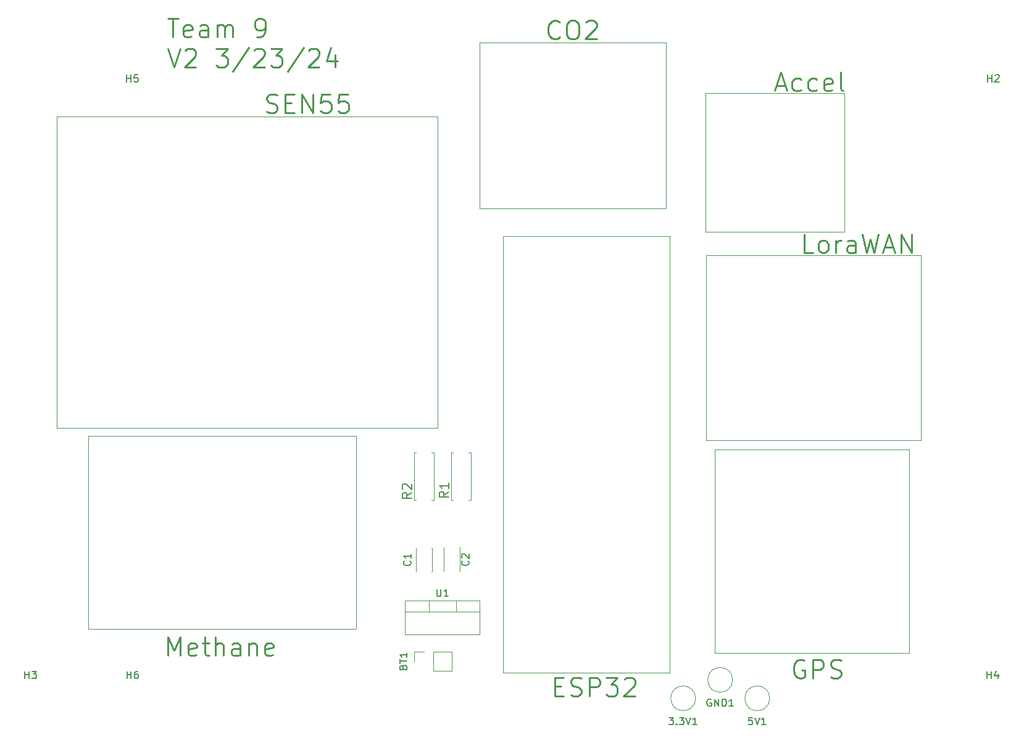
<source format=gbr>
%TF.GenerationSoftware,KiCad,Pcbnew,7.0.10*%
%TF.CreationDate,2024-03-23T17:35:10-04:00*%
%TF.ProjectId,blue-bike-air-pollution-monitor 3-23,626c7565-2d62-4696-9b65-2d6169722d70,rev?*%
%TF.SameCoordinates,Original*%
%TF.FileFunction,Legend,Top*%
%TF.FilePolarity,Positive*%
%FSLAX46Y46*%
G04 Gerber Fmt 4.6, Leading zero omitted, Abs format (unit mm)*
G04 Created by KiCad (PCBNEW 7.0.10) date 2024-03-23 17:35:10*
%MOMM*%
%LPD*%
G01*
G04 APERTURE LIST*
%ADD10C,0.254000*%
%ADD11C,0.150000*%
%ADD12C,0.127000*%
%ADD13C,0.100000*%
%ADD14C,0.120000*%
G04 APERTURE END LIST*
D10*
X76609009Y-59086544D02*
X78060438Y-59086544D01*
X77334724Y-61626544D02*
X77334724Y-59086544D01*
X79874723Y-61505592D02*
X79632819Y-61626544D01*
X79632819Y-61626544D02*
X79149009Y-61626544D01*
X79149009Y-61626544D02*
X78907104Y-61505592D01*
X78907104Y-61505592D02*
X78786152Y-61263687D01*
X78786152Y-61263687D02*
X78786152Y-60296068D01*
X78786152Y-60296068D02*
X78907104Y-60054163D01*
X78907104Y-60054163D02*
X79149009Y-59933211D01*
X79149009Y-59933211D02*
X79632819Y-59933211D01*
X79632819Y-59933211D02*
X79874723Y-60054163D01*
X79874723Y-60054163D02*
X79995676Y-60296068D01*
X79995676Y-60296068D02*
X79995676Y-60537972D01*
X79995676Y-60537972D02*
X78786152Y-60779877D01*
X82172819Y-61626544D02*
X82172819Y-60296068D01*
X82172819Y-60296068D02*
X82051866Y-60054163D01*
X82051866Y-60054163D02*
X81809962Y-59933211D01*
X81809962Y-59933211D02*
X81326152Y-59933211D01*
X81326152Y-59933211D02*
X81084247Y-60054163D01*
X82172819Y-61505592D02*
X81930914Y-61626544D01*
X81930914Y-61626544D02*
X81326152Y-61626544D01*
X81326152Y-61626544D02*
X81084247Y-61505592D01*
X81084247Y-61505592D02*
X80963295Y-61263687D01*
X80963295Y-61263687D02*
X80963295Y-61021782D01*
X80963295Y-61021782D02*
X81084247Y-60779877D01*
X81084247Y-60779877D02*
X81326152Y-60658925D01*
X81326152Y-60658925D02*
X81930914Y-60658925D01*
X81930914Y-60658925D02*
X82172819Y-60537972D01*
X83382342Y-61626544D02*
X83382342Y-59933211D01*
X83382342Y-60175115D02*
X83503295Y-60054163D01*
X83503295Y-60054163D02*
X83745200Y-59933211D01*
X83745200Y-59933211D02*
X84108057Y-59933211D01*
X84108057Y-59933211D02*
X84349961Y-60054163D01*
X84349961Y-60054163D02*
X84470914Y-60296068D01*
X84470914Y-60296068D02*
X84470914Y-61626544D01*
X84470914Y-60296068D02*
X84591866Y-60054163D01*
X84591866Y-60054163D02*
X84833771Y-59933211D01*
X84833771Y-59933211D02*
X85196628Y-59933211D01*
X85196628Y-59933211D02*
X85438533Y-60054163D01*
X85438533Y-60054163D02*
X85559485Y-60296068D01*
X85559485Y-60296068D02*
X85559485Y-61626544D01*
X88825200Y-61626544D02*
X89309009Y-61626544D01*
X89309009Y-61626544D02*
X89550914Y-61505592D01*
X89550914Y-61505592D02*
X89671866Y-61384639D01*
X89671866Y-61384639D02*
X89913771Y-61021782D01*
X89913771Y-61021782D02*
X90034724Y-60537972D01*
X90034724Y-60537972D02*
X90034724Y-59570353D01*
X90034724Y-59570353D02*
X89913771Y-59328449D01*
X89913771Y-59328449D02*
X89792819Y-59207496D01*
X89792819Y-59207496D02*
X89550914Y-59086544D01*
X89550914Y-59086544D02*
X89067105Y-59086544D01*
X89067105Y-59086544D02*
X88825200Y-59207496D01*
X88825200Y-59207496D02*
X88704247Y-59328449D01*
X88704247Y-59328449D02*
X88583295Y-59570353D01*
X88583295Y-59570353D02*
X88583295Y-60175115D01*
X88583295Y-60175115D02*
X88704247Y-60417020D01*
X88704247Y-60417020D02*
X88825200Y-60537972D01*
X88825200Y-60537972D02*
X89067105Y-60658925D01*
X89067105Y-60658925D02*
X89550914Y-60658925D01*
X89550914Y-60658925D02*
X89792819Y-60537972D01*
X89792819Y-60537972D02*
X89913771Y-60417020D01*
X89913771Y-60417020D02*
X90034724Y-60175115D01*
X76609009Y-63175944D02*
X77455676Y-65715944D01*
X77455676Y-65715944D02*
X78302343Y-63175944D01*
X79028057Y-63417849D02*
X79149009Y-63296896D01*
X79149009Y-63296896D02*
X79390914Y-63175944D01*
X79390914Y-63175944D02*
X79995676Y-63175944D01*
X79995676Y-63175944D02*
X80237581Y-63296896D01*
X80237581Y-63296896D02*
X80358533Y-63417849D01*
X80358533Y-63417849D02*
X80479486Y-63659753D01*
X80479486Y-63659753D02*
X80479486Y-63901658D01*
X80479486Y-63901658D02*
X80358533Y-64264515D01*
X80358533Y-64264515D02*
X78907105Y-65715944D01*
X78907105Y-65715944D02*
X80479486Y-65715944D01*
X83261391Y-63175944D02*
X84833772Y-63175944D01*
X84833772Y-63175944D02*
X83987105Y-64143563D01*
X83987105Y-64143563D02*
X84349962Y-64143563D01*
X84349962Y-64143563D02*
X84591867Y-64264515D01*
X84591867Y-64264515D02*
X84712819Y-64385468D01*
X84712819Y-64385468D02*
X84833772Y-64627372D01*
X84833772Y-64627372D02*
X84833772Y-65232134D01*
X84833772Y-65232134D02*
X84712819Y-65474039D01*
X84712819Y-65474039D02*
X84591867Y-65594992D01*
X84591867Y-65594992D02*
X84349962Y-65715944D01*
X84349962Y-65715944D02*
X83624248Y-65715944D01*
X83624248Y-65715944D02*
X83382343Y-65594992D01*
X83382343Y-65594992D02*
X83261391Y-65474039D01*
X87736629Y-63054992D02*
X85559486Y-66320706D01*
X88462343Y-63417849D02*
X88583295Y-63296896D01*
X88583295Y-63296896D02*
X88825200Y-63175944D01*
X88825200Y-63175944D02*
X89429962Y-63175944D01*
X89429962Y-63175944D02*
X89671867Y-63296896D01*
X89671867Y-63296896D02*
X89792819Y-63417849D01*
X89792819Y-63417849D02*
X89913772Y-63659753D01*
X89913772Y-63659753D02*
X89913772Y-63901658D01*
X89913772Y-63901658D02*
X89792819Y-64264515D01*
X89792819Y-64264515D02*
X88341391Y-65715944D01*
X88341391Y-65715944D02*
X89913772Y-65715944D01*
X90760439Y-63175944D02*
X92332820Y-63175944D01*
X92332820Y-63175944D02*
X91486153Y-64143563D01*
X91486153Y-64143563D02*
X91849010Y-64143563D01*
X91849010Y-64143563D02*
X92090915Y-64264515D01*
X92090915Y-64264515D02*
X92211867Y-64385468D01*
X92211867Y-64385468D02*
X92332820Y-64627372D01*
X92332820Y-64627372D02*
X92332820Y-65232134D01*
X92332820Y-65232134D02*
X92211867Y-65474039D01*
X92211867Y-65474039D02*
X92090915Y-65594992D01*
X92090915Y-65594992D02*
X91849010Y-65715944D01*
X91849010Y-65715944D02*
X91123296Y-65715944D01*
X91123296Y-65715944D02*
X90881391Y-65594992D01*
X90881391Y-65594992D02*
X90760439Y-65474039D01*
X95235677Y-63054992D02*
X93058534Y-66320706D01*
X95961391Y-63417849D02*
X96082343Y-63296896D01*
X96082343Y-63296896D02*
X96324248Y-63175944D01*
X96324248Y-63175944D02*
X96929010Y-63175944D01*
X96929010Y-63175944D02*
X97170915Y-63296896D01*
X97170915Y-63296896D02*
X97291867Y-63417849D01*
X97291867Y-63417849D02*
X97412820Y-63659753D01*
X97412820Y-63659753D02*
X97412820Y-63901658D01*
X97412820Y-63901658D02*
X97291867Y-64264515D01*
X97291867Y-64264515D02*
X95840439Y-65715944D01*
X95840439Y-65715944D02*
X97412820Y-65715944D01*
X99589963Y-64022611D02*
X99589963Y-65715944D01*
X98985201Y-63054992D02*
X98380439Y-64869277D01*
X98380439Y-64869277D02*
X99952820Y-64869277D01*
X160095914Y-68265230D02*
X161305438Y-68265230D01*
X159854009Y-68990944D02*
X160700676Y-66450944D01*
X160700676Y-66450944D02*
X161547343Y-68990944D01*
X163482581Y-68869992D02*
X163240676Y-68990944D01*
X163240676Y-68990944D02*
X162756867Y-68990944D01*
X162756867Y-68990944D02*
X162514962Y-68869992D01*
X162514962Y-68869992D02*
X162394009Y-68749039D01*
X162394009Y-68749039D02*
X162273057Y-68507134D01*
X162273057Y-68507134D02*
X162273057Y-67781420D01*
X162273057Y-67781420D02*
X162394009Y-67539515D01*
X162394009Y-67539515D02*
X162514962Y-67418563D01*
X162514962Y-67418563D02*
X162756867Y-67297611D01*
X162756867Y-67297611D02*
X163240676Y-67297611D01*
X163240676Y-67297611D02*
X163482581Y-67418563D01*
X165659724Y-68869992D02*
X165417819Y-68990944D01*
X165417819Y-68990944D02*
X164934010Y-68990944D01*
X164934010Y-68990944D02*
X164692105Y-68869992D01*
X164692105Y-68869992D02*
X164571152Y-68749039D01*
X164571152Y-68749039D02*
X164450200Y-68507134D01*
X164450200Y-68507134D02*
X164450200Y-67781420D01*
X164450200Y-67781420D02*
X164571152Y-67539515D01*
X164571152Y-67539515D02*
X164692105Y-67418563D01*
X164692105Y-67418563D02*
X164934010Y-67297611D01*
X164934010Y-67297611D02*
X165417819Y-67297611D01*
X165417819Y-67297611D02*
X165659724Y-67418563D01*
X167715914Y-68869992D02*
X167474010Y-68990944D01*
X167474010Y-68990944D02*
X166990200Y-68990944D01*
X166990200Y-68990944D02*
X166748295Y-68869992D01*
X166748295Y-68869992D02*
X166627343Y-68628087D01*
X166627343Y-68628087D02*
X166627343Y-67660468D01*
X166627343Y-67660468D02*
X166748295Y-67418563D01*
X166748295Y-67418563D02*
X166990200Y-67297611D01*
X166990200Y-67297611D02*
X167474010Y-67297611D01*
X167474010Y-67297611D02*
X167715914Y-67418563D01*
X167715914Y-67418563D02*
X167836867Y-67660468D01*
X167836867Y-67660468D02*
X167836867Y-67902372D01*
X167836867Y-67902372D02*
X166627343Y-68144277D01*
X169288296Y-68990944D02*
X169046391Y-68869992D01*
X169046391Y-68869992D02*
X168925438Y-68628087D01*
X168925438Y-68628087D02*
X168925438Y-66450944D01*
X90211514Y-71857692D02*
X90574371Y-71978644D01*
X90574371Y-71978644D02*
X91179133Y-71978644D01*
X91179133Y-71978644D02*
X91421038Y-71857692D01*
X91421038Y-71857692D02*
X91541990Y-71736739D01*
X91541990Y-71736739D02*
X91662943Y-71494834D01*
X91662943Y-71494834D02*
X91662943Y-71252930D01*
X91662943Y-71252930D02*
X91541990Y-71011025D01*
X91541990Y-71011025D02*
X91421038Y-70890072D01*
X91421038Y-70890072D02*
X91179133Y-70769120D01*
X91179133Y-70769120D02*
X90695324Y-70648168D01*
X90695324Y-70648168D02*
X90453419Y-70527215D01*
X90453419Y-70527215D02*
X90332466Y-70406263D01*
X90332466Y-70406263D02*
X90211514Y-70164358D01*
X90211514Y-70164358D02*
X90211514Y-69922453D01*
X90211514Y-69922453D02*
X90332466Y-69680549D01*
X90332466Y-69680549D02*
X90453419Y-69559596D01*
X90453419Y-69559596D02*
X90695324Y-69438644D01*
X90695324Y-69438644D02*
X91300085Y-69438644D01*
X91300085Y-69438644D02*
X91662943Y-69559596D01*
X92751514Y-70648168D02*
X93598181Y-70648168D01*
X93961038Y-71978644D02*
X92751514Y-71978644D01*
X92751514Y-71978644D02*
X92751514Y-69438644D01*
X92751514Y-69438644D02*
X93961038Y-69438644D01*
X95049609Y-71978644D02*
X95049609Y-69438644D01*
X95049609Y-69438644D02*
X96501038Y-71978644D01*
X96501038Y-71978644D02*
X96501038Y-69438644D01*
X98920085Y-69438644D02*
X97710561Y-69438644D01*
X97710561Y-69438644D02*
X97589609Y-70648168D01*
X97589609Y-70648168D02*
X97710561Y-70527215D01*
X97710561Y-70527215D02*
X97952466Y-70406263D01*
X97952466Y-70406263D02*
X98557228Y-70406263D01*
X98557228Y-70406263D02*
X98799133Y-70527215D01*
X98799133Y-70527215D02*
X98920085Y-70648168D01*
X98920085Y-70648168D02*
X99041038Y-70890072D01*
X99041038Y-70890072D02*
X99041038Y-71494834D01*
X99041038Y-71494834D02*
X98920085Y-71736739D01*
X98920085Y-71736739D02*
X98799133Y-71857692D01*
X98799133Y-71857692D02*
X98557228Y-71978644D01*
X98557228Y-71978644D02*
X97952466Y-71978644D01*
X97952466Y-71978644D02*
X97710561Y-71857692D01*
X97710561Y-71857692D02*
X97589609Y-71736739D01*
X101339133Y-69438644D02*
X100129609Y-69438644D01*
X100129609Y-69438644D02*
X100008657Y-70648168D01*
X100008657Y-70648168D02*
X100129609Y-70527215D01*
X100129609Y-70527215D02*
X100371514Y-70406263D01*
X100371514Y-70406263D02*
X100976276Y-70406263D01*
X100976276Y-70406263D02*
X101218181Y-70527215D01*
X101218181Y-70527215D02*
X101339133Y-70648168D01*
X101339133Y-70648168D02*
X101460086Y-70890072D01*
X101460086Y-70890072D02*
X101460086Y-71494834D01*
X101460086Y-71494834D02*
X101339133Y-71736739D01*
X101339133Y-71736739D02*
X101218181Y-71857692D01*
X101218181Y-71857692D02*
X100976276Y-71978644D01*
X100976276Y-71978644D02*
X100371514Y-71978644D01*
X100371514Y-71978644D02*
X100129609Y-71857692D01*
X100129609Y-71857692D02*
X100008657Y-71736739D01*
D11*
X108921009Y-148105714D02*
X108968628Y-147962857D01*
X108968628Y-147962857D02*
X109016247Y-147915238D01*
X109016247Y-147915238D02*
X109111485Y-147867619D01*
X109111485Y-147867619D02*
X109254342Y-147867619D01*
X109254342Y-147867619D02*
X109349580Y-147915238D01*
X109349580Y-147915238D02*
X109397200Y-147962857D01*
X109397200Y-147962857D02*
X109444819Y-148058095D01*
X109444819Y-148058095D02*
X109444819Y-148439047D01*
X109444819Y-148439047D02*
X108444819Y-148439047D01*
X108444819Y-148439047D02*
X108444819Y-148105714D01*
X108444819Y-148105714D02*
X108492438Y-148010476D01*
X108492438Y-148010476D02*
X108540057Y-147962857D01*
X108540057Y-147962857D02*
X108635295Y-147915238D01*
X108635295Y-147915238D02*
X108730533Y-147915238D01*
X108730533Y-147915238D02*
X108825771Y-147962857D01*
X108825771Y-147962857D02*
X108873390Y-148010476D01*
X108873390Y-148010476D02*
X108921009Y-148105714D01*
X108921009Y-148105714D02*
X108921009Y-148439047D01*
X108444819Y-147581904D02*
X108444819Y-147010476D01*
X109444819Y-147296190D02*
X108444819Y-147296190D01*
X109444819Y-146153333D02*
X109444819Y-146724761D01*
X109444819Y-146439047D02*
X108444819Y-146439047D01*
X108444819Y-146439047D02*
X108587676Y-146534285D01*
X108587676Y-146534285D02*
X108682914Y-146629523D01*
X108682914Y-146629523D02*
X108730533Y-146724761D01*
X71031195Y-149679819D02*
X71031195Y-148679819D01*
X71031195Y-149156009D02*
X71602623Y-149156009D01*
X71602623Y-149679819D02*
X71602623Y-148679819D01*
X72507385Y-148679819D02*
X72316909Y-148679819D01*
X72316909Y-148679819D02*
X72221671Y-148727438D01*
X72221671Y-148727438D02*
X72174052Y-148775057D01*
X72174052Y-148775057D02*
X72078814Y-148917914D01*
X72078814Y-148917914D02*
X72031195Y-149108390D01*
X72031195Y-149108390D02*
X72031195Y-149489342D01*
X72031195Y-149489342D02*
X72078814Y-149584580D01*
X72078814Y-149584580D02*
X72126433Y-149632200D01*
X72126433Y-149632200D02*
X72221671Y-149679819D01*
X72221671Y-149679819D02*
X72412147Y-149679819D01*
X72412147Y-149679819D02*
X72507385Y-149632200D01*
X72507385Y-149632200D02*
X72555004Y-149584580D01*
X72555004Y-149584580D02*
X72602623Y-149489342D01*
X72602623Y-149489342D02*
X72602623Y-149251247D01*
X72602623Y-149251247D02*
X72555004Y-149156009D01*
X72555004Y-149156009D02*
X72507385Y-149108390D01*
X72507385Y-149108390D02*
X72412147Y-149060771D01*
X72412147Y-149060771D02*
X72221671Y-149060771D01*
X72221671Y-149060771D02*
X72126433Y-149108390D01*
X72126433Y-149108390D02*
X72078814Y-149156009D01*
X72078814Y-149156009D02*
X72031195Y-149251247D01*
D12*
X115134922Y-124036666D02*
X114530160Y-124460000D01*
X115134922Y-124762381D02*
X113864922Y-124762381D01*
X113864922Y-124762381D02*
X113864922Y-124278571D01*
X113864922Y-124278571D02*
X113925398Y-124157619D01*
X113925398Y-124157619D02*
X113985874Y-124097142D01*
X113985874Y-124097142D02*
X114106826Y-124036666D01*
X114106826Y-124036666D02*
X114288255Y-124036666D01*
X114288255Y-124036666D02*
X114409207Y-124097142D01*
X114409207Y-124097142D02*
X114469684Y-124157619D01*
X114469684Y-124157619D02*
X114530160Y-124278571D01*
X114530160Y-124278571D02*
X114530160Y-124762381D01*
X115134922Y-122827142D02*
X115134922Y-123552857D01*
X115134922Y-123190000D02*
X113864922Y-123190000D01*
X113864922Y-123190000D02*
X114046350Y-123310952D01*
X114046350Y-123310952D02*
X114167303Y-123431904D01*
X114167303Y-123431904D02*
X114227779Y-123552857D01*
D11*
X117834580Y-133516666D02*
X117882200Y-133564285D01*
X117882200Y-133564285D02*
X117929819Y-133707142D01*
X117929819Y-133707142D02*
X117929819Y-133802380D01*
X117929819Y-133802380D02*
X117882200Y-133945237D01*
X117882200Y-133945237D02*
X117786961Y-134040475D01*
X117786961Y-134040475D02*
X117691723Y-134088094D01*
X117691723Y-134088094D02*
X117501247Y-134135713D01*
X117501247Y-134135713D02*
X117358390Y-134135713D01*
X117358390Y-134135713D02*
X117167914Y-134088094D01*
X117167914Y-134088094D02*
X117072676Y-134040475D01*
X117072676Y-134040475D02*
X116977438Y-133945237D01*
X116977438Y-133945237D02*
X116929819Y-133802380D01*
X116929819Y-133802380D02*
X116929819Y-133707142D01*
X116929819Y-133707142D02*
X116977438Y-133564285D01*
X116977438Y-133564285D02*
X117025057Y-133516666D01*
X117025057Y-133135713D02*
X116977438Y-133088094D01*
X116977438Y-133088094D02*
X116929819Y-132992856D01*
X116929819Y-132992856D02*
X116929819Y-132754761D01*
X116929819Y-132754761D02*
X116977438Y-132659523D01*
X116977438Y-132659523D02*
X117025057Y-132611904D01*
X117025057Y-132611904D02*
X117120295Y-132564285D01*
X117120295Y-132564285D02*
X117215533Y-132564285D01*
X117215533Y-132564285D02*
X117358390Y-132611904D01*
X117358390Y-132611904D02*
X117929819Y-133183332D01*
X117929819Y-133183332D02*
X117929819Y-132564285D01*
X57035795Y-149679819D02*
X57035795Y-148679819D01*
X57035795Y-149156009D02*
X57607223Y-149156009D01*
X57607223Y-149679819D02*
X57607223Y-148679819D01*
X57988176Y-148679819D02*
X58607223Y-148679819D01*
X58607223Y-148679819D02*
X58273890Y-149060771D01*
X58273890Y-149060771D02*
X58416747Y-149060771D01*
X58416747Y-149060771D02*
X58511985Y-149108390D01*
X58511985Y-149108390D02*
X58559604Y-149156009D01*
X58559604Y-149156009D02*
X58607223Y-149251247D01*
X58607223Y-149251247D02*
X58607223Y-149489342D01*
X58607223Y-149489342D02*
X58559604Y-149584580D01*
X58559604Y-149584580D02*
X58511985Y-149632200D01*
X58511985Y-149632200D02*
X58416747Y-149679819D01*
X58416747Y-149679819D02*
X58131033Y-149679819D01*
X58131033Y-149679819D02*
X58035795Y-149632200D01*
X58035795Y-149632200D02*
X57988176Y-149584580D01*
D12*
X110054922Y-124163666D02*
X109450160Y-124587000D01*
X110054922Y-124889381D02*
X108784922Y-124889381D01*
X108784922Y-124889381D02*
X108784922Y-124405571D01*
X108784922Y-124405571D02*
X108845398Y-124284619D01*
X108845398Y-124284619D02*
X108905874Y-124224142D01*
X108905874Y-124224142D02*
X109026826Y-124163666D01*
X109026826Y-124163666D02*
X109208255Y-124163666D01*
X109208255Y-124163666D02*
X109329207Y-124224142D01*
X109329207Y-124224142D02*
X109389684Y-124284619D01*
X109389684Y-124284619D02*
X109450160Y-124405571D01*
X109450160Y-124405571D02*
X109450160Y-124889381D01*
X108905874Y-123679857D02*
X108845398Y-123619381D01*
X108845398Y-123619381D02*
X108784922Y-123498428D01*
X108784922Y-123498428D02*
X108784922Y-123196047D01*
X108784922Y-123196047D02*
X108845398Y-123075095D01*
X108845398Y-123075095D02*
X108905874Y-123014619D01*
X108905874Y-123014619D02*
X109026826Y-122954142D01*
X109026826Y-122954142D02*
X109147779Y-122954142D01*
X109147779Y-122954142D02*
X109329207Y-123014619D01*
X109329207Y-123014619D02*
X110054922Y-123740333D01*
X110054922Y-123740333D02*
X110054922Y-122954142D01*
D11*
X109869580Y-133536666D02*
X109917200Y-133584285D01*
X109917200Y-133584285D02*
X109964819Y-133727142D01*
X109964819Y-133727142D02*
X109964819Y-133822380D01*
X109964819Y-133822380D02*
X109917200Y-133965237D01*
X109917200Y-133965237D02*
X109821961Y-134060475D01*
X109821961Y-134060475D02*
X109726723Y-134108094D01*
X109726723Y-134108094D02*
X109536247Y-134155713D01*
X109536247Y-134155713D02*
X109393390Y-134155713D01*
X109393390Y-134155713D02*
X109202914Y-134108094D01*
X109202914Y-134108094D02*
X109107676Y-134060475D01*
X109107676Y-134060475D02*
X109012438Y-133965237D01*
X109012438Y-133965237D02*
X108964819Y-133822380D01*
X108964819Y-133822380D02*
X108964819Y-133727142D01*
X108964819Y-133727142D02*
X109012438Y-133584285D01*
X109012438Y-133584285D02*
X109060057Y-133536666D01*
X109964819Y-132584285D02*
X109964819Y-133155713D01*
X109964819Y-132869999D02*
X108964819Y-132869999D01*
X108964819Y-132869999D02*
X109107676Y-132965237D01*
X109107676Y-132965237D02*
X109202914Y-133060475D01*
X109202914Y-133060475D02*
X109250533Y-133155713D01*
X189103095Y-67764819D02*
X189103095Y-66764819D01*
X189103095Y-67241009D02*
X189674523Y-67241009D01*
X189674523Y-67764819D02*
X189674523Y-66764819D01*
X190103095Y-66860057D02*
X190150714Y-66812438D01*
X190150714Y-66812438D02*
X190245952Y-66764819D01*
X190245952Y-66764819D02*
X190484047Y-66764819D01*
X190484047Y-66764819D02*
X190579285Y-66812438D01*
X190579285Y-66812438D02*
X190626904Y-66860057D01*
X190626904Y-66860057D02*
X190674523Y-66955295D01*
X190674523Y-66955295D02*
X190674523Y-67050533D01*
X190674523Y-67050533D02*
X190626904Y-67193390D01*
X190626904Y-67193390D02*
X190055476Y-67764819D01*
X190055476Y-67764819D02*
X190674523Y-67764819D01*
D10*
X129727666Y-150745468D02*
X130574333Y-150745468D01*
X130937190Y-152075944D02*
X129727666Y-152075944D01*
X129727666Y-152075944D02*
X129727666Y-149535944D01*
X129727666Y-149535944D02*
X130937190Y-149535944D01*
X131904809Y-151954992D02*
X132267666Y-152075944D01*
X132267666Y-152075944D02*
X132872428Y-152075944D01*
X132872428Y-152075944D02*
X133114333Y-151954992D01*
X133114333Y-151954992D02*
X133235285Y-151834039D01*
X133235285Y-151834039D02*
X133356238Y-151592134D01*
X133356238Y-151592134D02*
X133356238Y-151350230D01*
X133356238Y-151350230D02*
X133235285Y-151108325D01*
X133235285Y-151108325D02*
X133114333Y-150987372D01*
X133114333Y-150987372D02*
X132872428Y-150866420D01*
X132872428Y-150866420D02*
X132388619Y-150745468D01*
X132388619Y-150745468D02*
X132146714Y-150624515D01*
X132146714Y-150624515D02*
X132025761Y-150503563D01*
X132025761Y-150503563D02*
X131904809Y-150261658D01*
X131904809Y-150261658D02*
X131904809Y-150019753D01*
X131904809Y-150019753D02*
X132025761Y-149777849D01*
X132025761Y-149777849D02*
X132146714Y-149656896D01*
X132146714Y-149656896D02*
X132388619Y-149535944D01*
X132388619Y-149535944D02*
X132993380Y-149535944D01*
X132993380Y-149535944D02*
X133356238Y-149656896D01*
X134444809Y-152075944D02*
X134444809Y-149535944D01*
X134444809Y-149535944D02*
X135412428Y-149535944D01*
X135412428Y-149535944D02*
X135654333Y-149656896D01*
X135654333Y-149656896D02*
X135775286Y-149777849D01*
X135775286Y-149777849D02*
X135896238Y-150019753D01*
X135896238Y-150019753D02*
X135896238Y-150382611D01*
X135896238Y-150382611D02*
X135775286Y-150624515D01*
X135775286Y-150624515D02*
X135654333Y-150745468D01*
X135654333Y-150745468D02*
X135412428Y-150866420D01*
X135412428Y-150866420D02*
X134444809Y-150866420D01*
X136742905Y-149535944D02*
X138315286Y-149535944D01*
X138315286Y-149535944D02*
X137468619Y-150503563D01*
X137468619Y-150503563D02*
X137831476Y-150503563D01*
X137831476Y-150503563D02*
X138073381Y-150624515D01*
X138073381Y-150624515D02*
X138194333Y-150745468D01*
X138194333Y-150745468D02*
X138315286Y-150987372D01*
X138315286Y-150987372D02*
X138315286Y-151592134D01*
X138315286Y-151592134D02*
X138194333Y-151834039D01*
X138194333Y-151834039D02*
X138073381Y-151954992D01*
X138073381Y-151954992D02*
X137831476Y-152075944D01*
X137831476Y-152075944D02*
X137105762Y-152075944D01*
X137105762Y-152075944D02*
X136863857Y-151954992D01*
X136863857Y-151954992D02*
X136742905Y-151834039D01*
X139282905Y-149777849D02*
X139403857Y-149656896D01*
X139403857Y-149656896D02*
X139645762Y-149535944D01*
X139645762Y-149535944D02*
X140250524Y-149535944D01*
X140250524Y-149535944D02*
X140492429Y-149656896D01*
X140492429Y-149656896D02*
X140613381Y-149777849D01*
X140613381Y-149777849D02*
X140734334Y-150019753D01*
X140734334Y-150019753D02*
X140734334Y-150261658D01*
X140734334Y-150261658D02*
X140613381Y-150624515D01*
X140613381Y-150624515D02*
X139161953Y-152075944D01*
X139161953Y-152075944D02*
X140734334Y-152075944D01*
X76641666Y-146524444D02*
X76641666Y-143984444D01*
X76641666Y-143984444D02*
X77488333Y-145798730D01*
X77488333Y-145798730D02*
X78335000Y-143984444D01*
X78335000Y-143984444D02*
X78335000Y-146524444D01*
X80512142Y-146403492D02*
X80270238Y-146524444D01*
X80270238Y-146524444D02*
X79786428Y-146524444D01*
X79786428Y-146524444D02*
X79544523Y-146403492D01*
X79544523Y-146403492D02*
X79423571Y-146161587D01*
X79423571Y-146161587D02*
X79423571Y-145193968D01*
X79423571Y-145193968D02*
X79544523Y-144952063D01*
X79544523Y-144952063D02*
X79786428Y-144831111D01*
X79786428Y-144831111D02*
X80270238Y-144831111D01*
X80270238Y-144831111D02*
X80512142Y-144952063D01*
X80512142Y-144952063D02*
X80633095Y-145193968D01*
X80633095Y-145193968D02*
X80633095Y-145435872D01*
X80633095Y-145435872D02*
X79423571Y-145677777D01*
X81358809Y-144831111D02*
X82326428Y-144831111D01*
X81721666Y-143984444D02*
X81721666Y-146161587D01*
X81721666Y-146161587D02*
X81842619Y-146403492D01*
X81842619Y-146403492D02*
X82084524Y-146524444D01*
X82084524Y-146524444D02*
X82326428Y-146524444D01*
X83173095Y-146524444D02*
X83173095Y-143984444D01*
X84261667Y-146524444D02*
X84261667Y-145193968D01*
X84261667Y-145193968D02*
X84140714Y-144952063D01*
X84140714Y-144952063D02*
X83898810Y-144831111D01*
X83898810Y-144831111D02*
X83535953Y-144831111D01*
X83535953Y-144831111D02*
X83294048Y-144952063D01*
X83294048Y-144952063D02*
X83173095Y-145073015D01*
X86559762Y-146524444D02*
X86559762Y-145193968D01*
X86559762Y-145193968D02*
X86438809Y-144952063D01*
X86438809Y-144952063D02*
X86196905Y-144831111D01*
X86196905Y-144831111D02*
X85713095Y-144831111D01*
X85713095Y-144831111D02*
X85471190Y-144952063D01*
X86559762Y-146403492D02*
X86317857Y-146524444D01*
X86317857Y-146524444D02*
X85713095Y-146524444D01*
X85713095Y-146524444D02*
X85471190Y-146403492D01*
X85471190Y-146403492D02*
X85350238Y-146161587D01*
X85350238Y-146161587D02*
X85350238Y-145919682D01*
X85350238Y-145919682D02*
X85471190Y-145677777D01*
X85471190Y-145677777D02*
X85713095Y-145556825D01*
X85713095Y-145556825D02*
X86317857Y-145556825D01*
X86317857Y-145556825D02*
X86559762Y-145435872D01*
X87769285Y-144831111D02*
X87769285Y-146524444D01*
X87769285Y-145073015D02*
X87890238Y-144952063D01*
X87890238Y-144952063D02*
X88132143Y-144831111D01*
X88132143Y-144831111D02*
X88495000Y-144831111D01*
X88495000Y-144831111D02*
X88736904Y-144952063D01*
X88736904Y-144952063D02*
X88857857Y-145193968D01*
X88857857Y-145193968D02*
X88857857Y-146524444D01*
X91034999Y-146403492D02*
X90793095Y-146524444D01*
X90793095Y-146524444D02*
X90309285Y-146524444D01*
X90309285Y-146524444D02*
X90067380Y-146403492D01*
X90067380Y-146403492D02*
X89946428Y-146161587D01*
X89946428Y-146161587D02*
X89946428Y-145193968D01*
X89946428Y-145193968D02*
X90067380Y-144952063D01*
X90067380Y-144952063D02*
X90309285Y-144831111D01*
X90309285Y-144831111D02*
X90793095Y-144831111D01*
X90793095Y-144831111D02*
X91034999Y-144952063D01*
X91034999Y-144952063D02*
X91155952Y-145193968D01*
X91155952Y-145193968D02*
X91155952Y-145435872D01*
X91155952Y-145435872D02*
X89946428Y-145677777D01*
D11*
X113538095Y-137424819D02*
X113538095Y-138234342D01*
X113538095Y-138234342D02*
X113585714Y-138329580D01*
X113585714Y-138329580D02*
X113633333Y-138377200D01*
X113633333Y-138377200D02*
X113728571Y-138424819D01*
X113728571Y-138424819D02*
X113919047Y-138424819D01*
X113919047Y-138424819D02*
X114014285Y-138377200D01*
X114014285Y-138377200D02*
X114061904Y-138329580D01*
X114061904Y-138329580D02*
X114109523Y-138234342D01*
X114109523Y-138234342D02*
X114109523Y-137424819D01*
X115109523Y-138424819D02*
X114538095Y-138424819D01*
X114823809Y-138424819D02*
X114823809Y-137424819D01*
X114823809Y-137424819D02*
X114728571Y-137567676D01*
X114728571Y-137567676D02*
X114633333Y-137662914D01*
X114633333Y-137662914D02*
X114538095Y-137710533D01*
X156813333Y-155029819D02*
X156337143Y-155029819D01*
X156337143Y-155029819D02*
X156289524Y-155506009D01*
X156289524Y-155506009D02*
X156337143Y-155458390D01*
X156337143Y-155458390D02*
X156432381Y-155410771D01*
X156432381Y-155410771D02*
X156670476Y-155410771D01*
X156670476Y-155410771D02*
X156765714Y-155458390D01*
X156765714Y-155458390D02*
X156813333Y-155506009D01*
X156813333Y-155506009D02*
X156860952Y-155601247D01*
X156860952Y-155601247D02*
X156860952Y-155839342D01*
X156860952Y-155839342D02*
X156813333Y-155934580D01*
X156813333Y-155934580D02*
X156765714Y-155982200D01*
X156765714Y-155982200D02*
X156670476Y-156029819D01*
X156670476Y-156029819D02*
X156432381Y-156029819D01*
X156432381Y-156029819D02*
X156337143Y-155982200D01*
X156337143Y-155982200D02*
X156289524Y-155934580D01*
X157146667Y-155029819D02*
X157480000Y-156029819D01*
X157480000Y-156029819D02*
X157813333Y-155029819D01*
X158670476Y-156029819D02*
X158099048Y-156029819D01*
X158384762Y-156029819D02*
X158384762Y-155029819D01*
X158384762Y-155029819D02*
X158289524Y-155172676D01*
X158289524Y-155172676D02*
X158194286Y-155267914D01*
X158194286Y-155267914D02*
X158099048Y-155315533D01*
X70993095Y-67764819D02*
X70993095Y-66764819D01*
X70993095Y-67241009D02*
X71564523Y-67241009D01*
X71564523Y-67764819D02*
X71564523Y-66764819D01*
X72516904Y-66764819D02*
X72040714Y-66764819D01*
X72040714Y-66764819D02*
X71993095Y-67241009D01*
X71993095Y-67241009D02*
X72040714Y-67193390D01*
X72040714Y-67193390D02*
X72135952Y-67145771D01*
X72135952Y-67145771D02*
X72374047Y-67145771D01*
X72374047Y-67145771D02*
X72469285Y-67193390D01*
X72469285Y-67193390D02*
X72516904Y-67241009D01*
X72516904Y-67241009D02*
X72564523Y-67336247D01*
X72564523Y-67336247D02*
X72564523Y-67574342D01*
X72564523Y-67574342D02*
X72516904Y-67669580D01*
X72516904Y-67669580D02*
X72469285Y-67717200D01*
X72469285Y-67717200D02*
X72374047Y-67764819D01*
X72374047Y-67764819D02*
X72135952Y-67764819D01*
X72135952Y-67764819D02*
X72040714Y-67717200D01*
X72040714Y-67717200D02*
X71993095Y-67669580D01*
D10*
X163927343Y-147216896D02*
X163685438Y-147095944D01*
X163685438Y-147095944D02*
X163322581Y-147095944D01*
X163322581Y-147095944D02*
X162959724Y-147216896D01*
X162959724Y-147216896D02*
X162717819Y-147458801D01*
X162717819Y-147458801D02*
X162596866Y-147700706D01*
X162596866Y-147700706D02*
X162475914Y-148184515D01*
X162475914Y-148184515D02*
X162475914Y-148547372D01*
X162475914Y-148547372D02*
X162596866Y-149031182D01*
X162596866Y-149031182D02*
X162717819Y-149273087D01*
X162717819Y-149273087D02*
X162959724Y-149514992D01*
X162959724Y-149514992D02*
X163322581Y-149635944D01*
X163322581Y-149635944D02*
X163564485Y-149635944D01*
X163564485Y-149635944D02*
X163927343Y-149514992D01*
X163927343Y-149514992D02*
X164048295Y-149394039D01*
X164048295Y-149394039D02*
X164048295Y-148547372D01*
X164048295Y-148547372D02*
X163564485Y-148547372D01*
X165136866Y-149635944D02*
X165136866Y-147095944D01*
X165136866Y-147095944D02*
X166104485Y-147095944D01*
X166104485Y-147095944D02*
X166346390Y-147216896D01*
X166346390Y-147216896D02*
X166467343Y-147337849D01*
X166467343Y-147337849D02*
X166588295Y-147579753D01*
X166588295Y-147579753D02*
X166588295Y-147942611D01*
X166588295Y-147942611D02*
X166467343Y-148184515D01*
X166467343Y-148184515D02*
X166346390Y-148305468D01*
X166346390Y-148305468D02*
X166104485Y-148426420D01*
X166104485Y-148426420D02*
X165136866Y-148426420D01*
X167555914Y-149514992D02*
X167918771Y-149635944D01*
X167918771Y-149635944D02*
X168523533Y-149635944D01*
X168523533Y-149635944D02*
X168765438Y-149514992D01*
X168765438Y-149514992D02*
X168886390Y-149394039D01*
X168886390Y-149394039D02*
X169007343Y-149152134D01*
X169007343Y-149152134D02*
X169007343Y-148910230D01*
X169007343Y-148910230D02*
X168886390Y-148668325D01*
X168886390Y-148668325D02*
X168765438Y-148547372D01*
X168765438Y-148547372D02*
X168523533Y-148426420D01*
X168523533Y-148426420D02*
X168039724Y-148305468D01*
X168039724Y-148305468D02*
X167797819Y-148184515D01*
X167797819Y-148184515D02*
X167676866Y-148063563D01*
X167676866Y-148063563D02*
X167555914Y-147821658D01*
X167555914Y-147821658D02*
X167555914Y-147579753D01*
X167555914Y-147579753D02*
X167676866Y-147337849D01*
X167676866Y-147337849D02*
X167797819Y-147216896D01*
X167797819Y-147216896D02*
X168039724Y-147095944D01*
X168039724Y-147095944D02*
X168644485Y-147095944D01*
X168644485Y-147095944D02*
X169007343Y-147216896D01*
X165149390Y-91215944D02*
X163939866Y-91215944D01*
X163939866Y-91215944D02*
X163939866Y-88675944D01*
X166358914Y-91215944D02*
X166117009Y-91094992D01*
X166117009Y-91094992D02*
X165996056Y-90974039D01*
X165996056Y-90974039D02*
X165875104Y-90732134D01*
X165875104Y-90732134D02*
X165875104Y-90006420D01*
X165875104Y-90006420D02*
X165996056Y-89764515D01*
X165996056Y-89764515D02*
X166117009Y-89643563D01*
X166117009Y-89643563D02*
X166358914Y-89522611D01*
X166358914Y-89522611D02*
X166721771Y-89522611D01*
X166721771Y-89522611D02*
X166963675Y-89643563D01*
X166963675Y-89643563D02*
X167084628Y-89764515D01*
X167084628Y-89764515D02*
X167205580Y-90006420D01*
X167205580Y-90006420D02*
X167205580Y-90732134D01*
X167205580Y-90732134D02*
X167084628Y-90974039D01*
X167084628Y-90974039D02*
X166963675Y-91094992D01*
X166963675Y-91094992D02*
X166721771Y-91215944D01*
X166721771Y-91215944D02*
X166358914Y-91215944D01*
X168294151Y-91215944D02*
X168294151Y-89522611D01*
X168294151Y-90006420D02*
X168415104Y-89764515D01*
X168415104Y-89764515D02*
X168536056Y-89643563D01*
X168536056Y-89643563D02*
X168777961Y-89522611D01*
X168777961Y-89522611D02*
X169019866Y-89522611D01*
X170955104Y-91215944D02*
X170955104Y-89885468D01*
X170955104Y-89885468D02*
X170834151Y-89643563D01*
X170834151Y-89643563D02*
X170592247Y-89522611D01*
X170592247Y-89522611D02*
X170108437Y-89522611D01*
X170108437Y-89522611D02*
X169866532Y-89643563D01*
X170955104Y-91094992D02*
X170713199Y-91215944D01*
X170713199Y-91215944D02*
X170108437Y-91215944D01*
X170108437Y-91215944D02*
X169866532Y-91094992D01*
X169866532Y-91094992D02*
X169745580Y-90853087D01*
X169745580Y-90853087D02*
X169745580Y-90611182D01*
X169745580Y-90611182D02*
X169866532Y-90369277D01*
X169866532Y-90369277D02*
X170108437Y-90248325D01*
X170108437Y-90248325D02*
X170713199Y-90248325D01*
X170713199Y-90248325D02*
X170955104Y-90127372D01*
X171922723Y-88675944D02*
X172527485Y-91215944D01*
X172527485Y-91215944D02*
X173011294Y-89401658D01*
X173011294Y-89401658D02*
X173495104Y-91215944D01*
X173495104Y-91215944D02*
X174099866Y-88675944D01*
X174946532Y-90490230D02*
X176156056Y-90490230D01*
X174704627Y-91215944D02*
X175551294Y-88675944D01*
X175551294Y-88675944D02*
X176397961Y-91215944D01*
X177244627Y-91215944D02*
X177244627Y-88675944D01*
X177244627Y-88675944D02*
X178696056Y-91215944D01*
X178696056Y-91215944D02*
X178696056Y-88675944D01*
D11*
X189039595Y-149679819D02*
X189039595Y-148679819D01*
X189039595Y-149156009D02*
X189611023Y-149156009D01*
X189611023Y-149679819D02*
X189611023Y-148679819D01*
X190515785Y-149013152D02*
X190515785Y-149679819D01*
X190277690Y-148632200D02*
X190039595Y-149346485D01*
X190039595Y-149346485D02*
X190658642Y-149346485D01*
X145367619Y-155029819D02*
X145986666Y-155029819D01*
X145986666Y-155029819D02*
X145653333Y-155410771D01*
X145653333Y-155410771D02*
X145796190Y-155410771D01*
X145796190Y-155410771D02*
X145891428Y-155458390D01*
X145891428Y-155458390D02*
X145939047Y-155506009D01*
X145939047Y-155506009D02*
X145986666Y-155601247D01*
X145986666Y-155601247D02*
X145986666Y-155839342D01*
X145986666Y-155839342D02*
X145939047Y-155934580D01*
X145939047Y-155934580D02*
X145891428Y-155982200D01*
X145891428Y-155982200D02*
X145796190Y-156029819D01*
X145796190Y-156029819D02*
X145510476Y-156029819D01*
X145510476Y-156029819D02*
X145415238Y-155982200D01*
X145415238Y-155982200D02*
X145367619Y-155934580D01*
X146415238Y-155934580D02*
X146462857Y-155982200D01*
X146462857Y-155982200D02*
X146415238Y-156029819D01*
X146415238Y-156029819D02*
X146367619Y-155982200D01*
X146367619Y-155982200D02*
X146415238Y-155934580D01*
X146415238Y-155934580D02*
X146415238Y-156029819D01*
X146796190Y-155029819D02*
X147415237Y-155029819D01*
X147415237Y-155029819D02*
X147081904Y-155410771D01*
X147081904Y-155410771D02*
X147224761Y-155410771D01*
X147224761Y-155410771D02*
X147319999Y-155458390D01*
X147319999Y-155458390D02*
X147367618Y-155506009D01*
X147367618Y-155506009D02*
X147415237Y-155601247D01*
X147415237Y-155601247D02*
X147415237Y-155839342D01*
X147415237Y-155839342D02*
X147367618Y-155934580D01*
X147367618Y-155934580D02*
X147319999Y-155982200D01*
X147319999Y-155982200D02*
X147224761Y-156029819D01*
X147224761Y-156029819D02*
X146939047Y-156029819D01*
X146939047Y-156029819D02*
X146843809Y-155982200D01*
X146843809Y-155982200D02*
X146796190Y-155934580D01*
X147700952Y-155029819D02*
X148034285Y-156029819D01*
X148034285Y-156029819D02*
X148367618Y-155029819D01*
X149224761Y-156029819D02*
X148653333Y-156029819D01*
X148939047Y-156029819D02*
X148939047Y-155029819D01*
X148939047Y-155029819D02*
X148843809Y-155172676D01*
X148843809Y-155172676D02*
X148748571Y-155267914D01*
X148748571Y-155267914D02*
X148653333Y-155315533D01*
D10*
X130376190Y-61628939D02*
X130255238Y-61749892D01*
X130255238Y-61749892D02*
X129892380Y-61870844D01*
X129892380Y-61870844D02*
X129650476Y-61870844D01*
X129650476Y-61870844D02*
X129287619Y-61749892D01*
X129287619Y-61749892D02*
X129045714Y-61507987D01*
X129045714Y-61507987D02*
X128924761Y-61266082D01*
X128924761Y-61266082D02*
X128803809Y-60782272D01*
X128803809Y-60782272D02*
X128803809Y-60419415D01*
X128803809Y-60419415D02*
X128924761Y-59935606D01*
X128924761Y-59935606D02*
X129045714Y-59693701D01*
X129045714Y-59693701D02*
X129287619Y-59451796D01*
X129287619Y-59451796D02*
X129650476Y-59330844D01*
X129650476Y-59330844D02*
X129892380Y-59330844D01*
X129892380Y-59330844D02*
X130255238Y-59451796D01*
X130255238Y-59451796D02*
X130376190Y-59572749D01*
X131948571Y-59330844D02*
X132432380Y-59330844D01*
X132432380Y-59330844D02*
X132674285Y-59451796D01*
X132674285Y-59451796D02*
X132916190Y-59693701D01*
X132916190Y-59693701D02*
X133037142Y-60177511D01*
X133037142Y-60177511D02*
X133037142Y-61024177D01*
X133037142Y-61024177D02*
X132916190Y-61507987D01*
X132916190Y-61507987D02*
X132674285Y-61749892D01*
X132674285Y-61749892D02*
X132432380Y-61870844D01*
X132432380Y-61870844D02*
X131948571Y-61870844D01*
X131948571Y-61870844D02*
X131706666Y-61749892D01*
X131706666Y-61749892D02*
X131464761Y-61507987D01*
X131464761Y-61507987D02*
X131343809Y-61024177D01*
X131343809Y-61024177D02*
X131343809Y-60177511D01*
X131343809Y-60177511D02*
X131464761Y-59693701D01*
X131464761Y-59693701D02*
X131706666Y-59451796D01*
X131706666Y-59451796D02*
X131948571Y-59330844D01*
X134004761Y-59572749D02*
X134125713Y-59451796D01*
X134125713Y-59451796D02*
X134367618Y-59330844D01*
X134367618Y-59330844D02*
X134972380Y-59330844D01*
X134972380Y-59330844D02*
X135214285Y-59451796D01*
X135214285Y-59451796D02*
X135335237Y-59572749D01*
X135335237Y-59572749D02*
X135456190Y-59814653D01*
X135456190Y-59814653D02*
X135456190Y-60056558D01*
X135456190Y-60056558D02*
X135335237Y-60419415D01*
X135335237Y-60419415D02*
X133883809Y-61870844D01*
X133883809Y-61870844D02*
X135456190Y-61870844D01*
D11*
X151161904Y-152537438D02*
X151066666Y-152489819D01*
X151066666Y-152489819D02*
X150923809Y-152489819D01*
X150923809Y-152489819D02*
X150780952Y-152537438D01*
X150780952Y-152537438D02*
X150685714Y-152632676D01*
X150685714Y-152632676D02*
X150638095Y-152727914D01*
X150638095Y-152727914D02*
X150590476Y-152918390D01*
X150590476Y-152918390D02*
X150590476Y-153061247D01*
X150590476Y-153061247D02*
X150638095Y-153251723D01*
X150638095Y-153251723D02*
X150685714Y-153346961D01*
X150685714Y-153346961D02*
X150780952Y-153442200D01*
X150780952Y-153442200D02*
X150923809Y-153489819D01*
X150923809Y-153489819D02*
X151019047Y-153489819D01*
X151019047Y-153489819D02*
X151161904Y-153442200D01*
X151161904Y-153442200D02*
X151209523Y-153394580D01*
X151209523Y-153394580D02*
X151209523Y-153061247D01*
X151209523Y-153061247D02*
X151019047Y-153061247D01*
X151638095Y-153489819D02*
X151638095Y-152489819D01*
X151638095Y-152489819D02*
X152209523Y-153489819D01*
X152209523Y-153489819D02*
X152209523Y-152489819D01*
X152685714Y-153489819D02*
X152685714Y-152489819D01*
X152685714Y-152489819D02*
X152923809Y-152489819D01*
X152923809Y-152489819D02*
X153066666Y-152537438D01*
X153066666Y-152537438D02*
X153161904Y-152632676D01*
X153161904Y-152632676D02*
X153209523Y-152727914D01*
X153209523Y-152727914D02*
X153257142Y-152918390D01*
X153257142Y-152918390D02*
X153257142Y-153061247D01*
X153257142Y-153061247D02*
X153209523Y-153251723D01*
X153209523Y-153251723D02*
X153161904Y-153346961D01*
X153161904Y-153346961D02*
X153066666Y-153442200D01*
X153066666Y-153442200D02*
X152923809Y-153489819D01*
X152923809Y-153489819D02*
X152685714Y-153489819D01*
X154209523Y-153489819D02*
X153638095Y-153489819D01*
X153923809Y-153489819D02*
X153923809Y-152489819D01*
X153923809Y-152489819D02*
X153828571Y-152632676D01*
X153828571Y-152632676D02*
X153733333Y-152727914D01*
X153733333Y-152727914D02*
X153638095Y-152775533D01*
D13*
%TO.C,Accelerometer1*%
X169445000Y-69315000D02*
X150395000Y-69315000D01*
X150395000Y-69315000D02*
X150395000Y-88365000D01*
X150395000Y-88365000D02*
X169445000Y-88365000D01*
X169445000Y-88365000D02*
X169445000Y-69315000D01*
%TO.C,SEN55*%
X113615800Y-115266800D02*
X61444200Y-115266800D01*
X61444200Y-115266800D02*
X61444200Y-72493200D01*
X61444200Y-72493200D02*
X113615800Y-72493200D01*
X113615800Y-72493200D02*
X113615800Y-115266800D01*
D14*
%TO.C,BT1*%
X113030000Y-148650000D02*
X115630000Y-148650000D01*
X113030000Y-148650000D02*
X113030000Y-145990000D01*
X115630000Y-148650000D02*
X115630000Y-145990000D01*
X110430000Y-147320000D02*
X110430000Y-145990000D01*
X110430000Y-145990000D02*
X111760000Y-145990000D01*
X113030000Y-145990000D02*
X115630000Y-145990000D01*
%TO.C,R1*%
X115470000Y-125190000D02*
X115470000Y-118650000D01*
X115800000Y-125190000D02*
X115470000Y-125190000D01*
X117880000Y-125190000D02*
X118210000Y-125190000D01*
X118210000Y-125190000D02*
X118210000Y-118650000D01*
X115470000Y-118650000D02*
X115800000Y-118650000D01*
X118210000Y-118650000D02*
X117880000Y-118650000D01*
%TO.C,C2*%
X114450000Y-134950000D02*
X114515000Y-134950000D01*
X114450000Y-134950000D02*
X114450000Y-131710000D01*
X116625000Y-134950000D02*
X116690000Y-134950000D01*
X116690000Y-134950000D02*
X116690000Y-131710000D01*
X114450000Y-131710000D02*
X114515000Y-131710000D01*
X116625000Y-131710000D02*
X116690000Y-131710000D01*
%TO.C,R2*%
X110390000Y-125190000D02*
X110390000Y-118650000D01*
X110720000Y-125190000D02*
X110390000Y-125190000D01*
X112800000Y-125190000D02*
X113130000Y-125190000D01*
X113130000Y-125190000D02*
X113130000Y-118650000D01*
X110390000Y-118650000D02*
X110720000Y-118650000D01*
X113130000Y-118650000D02*
X112800000Y-118650000D01*
%TO.C,C1*%
X110640000Y-134990000D02*
X110705000Y-134990000D01*
X110640000Y-134990000D02*
X110640000Y-131750000D01*
X112815000Y-134990000D02*
X112880000Y-134990000D01*
X112880000Y-134990000D02*
X112880000Y-131750000D01*
X110640000Y-131750000D02*
X110705000Y-131750000D01*
X112815000Y-131750000D02*
X112880000Y-131750000D01*
D13*
%TO.C,ESP32-WROOM-32E1*%
X122605800Y-88900000D02*
X145465800Y-88900000D01*
X145465800Y-88900000D02*
X145465800Y-148844000D01*
X145465800Y-148844000D02*
X122605800Y-148844000D01*
X122605800Y-148844000D02*
X122605800Y-88900000D01*
%TO.C,Methane1*%
X65709800Y-116368500D02*
X102463600Y-116368500D01*
X102463600Y-116368500D02*
X102463600Y-142911500D01*
X102463600Y-142911500D02*
X65709800Y-142911500D01*
X65709800Y-142911500D02*
X65709800Y-116368500D01*
D14*
%TO.C,U1*%
X109180000Y-138970000D02*
X109180000Y-143611000D01*
X109180000Y-138970000D02*
X119420000Y-138970000D01*
X109180000Y-140480000D02*
X119420000Y-140480000D01*
X109180000Y-143611000D02*
X119420000Y-143611000D01*
X112450000Y-138970000D02*
X112450000Y-140480000D01*
X116151000Y-138970000D02*
X116151000Y-140480000D01*
X119420000Y-138970000D02*
X119420000Y-143611000D01*
%TO.C,5V1*%
X159180000Y-152400000D02*
G75*
G03*
X155780000Y-152400000I-1700000J0D01*
G01*
X155780000Y-152400000D02*
G75*
G03*
X159180000Y-152400000I1700000J0D01*
G01*
D13*
%TO.C,GPS1*%
X178335000Y-118210000D02*
X151665000Y-118210000D01*
X151665000Y-118210000D02*
X151665000Y-146150000D01*
X151665000Y-146150000D02*
X178335000Y-146150000D01*
X178335000Y-146150000D02*
X178335000Y-118210000D01*
%TO.C,LoraWAN1*%
X150468000Y-91540000D02*
X179932000Y-91540000D01*
X179932000Y-91540000D02*
X179932000Y-116940000D01*
X179932000Y-116940000D02*
X150468000Y-116940000D01*
X150468000Y-116940000D02*
X150468000Y-91540000D01*
D14*
%TO.C,3.3V1*%
X149020000Y-152400000D02*
G75*
G03*
X145620000Y-152400000I-1700000J0D01*
G01*
X145620000Y-152400000D02*
G75*
G03*
X149020000Y-152400000I1700000J0D01*
G01*
D13*
%TO.C,CO2*%
X119430000Y-62360000D02*
X144930000Y-62360000D01*
X144930000Y-62360000D02*
X144930000Y-85160000D01*
X144930000Y-85160000D02*
X119430000Y-85160000D01*
X119430000Y-85160000D02*
X119430000Y-62360000D01*
D14*
%TO.C,GND1*%
X154100000Y-149860000D02*
G75*
G03*
X150700000Y-149860000I-1700000J0D01*
G01*
X150700000Y-149860000D02*
G75*
G03*
X154100000Y-149860000I1700000J0D01*
G01*
%TD*%
M02*

</source>
